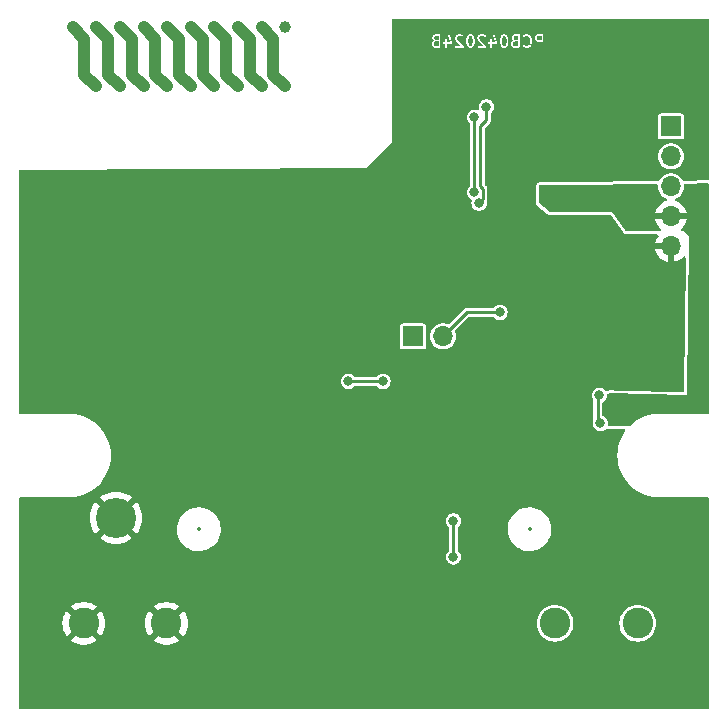
<source format=gbl>
%TF.GenerationSoftware,KiCad,Pcbnew,7.0.10*%
%TF.CreationDate,2025-01-21T12:55:57-05:00*%
%TF.ProjectId,PostAlertMailBoxV6,506f7374-416c-4657-9274-4d61696c426f,V4.0*%
%TF.SameCoordinates,Original*%
%TF.FileFunction,Copper,L2,Bot*%
%TF.FilePolarity,Positive*%
%FSLAX46Y46*%
G04 Gerber Fmt 4.6, Leading zero omitted, Abs format (unit mm)*
G04 Created by KiCad (PCBNEW 7.0.10) date 2025-01-21 12:55:57*
%MOMM*%
%LPD*%
G01*
G04 APERTURE LIST*
%ADD10C,0.150000*%
%TA.AperFunction,EtchedComponent*%
%ADD11C,1.000000*%
%TD*%
%TA.AperFunction,ComponentPad*%
%ADD12R,1.700000X1.700000*%
%TD*%
%TA.AperFunction,ComponentPad*%
%ADD13O,1.700000X1.700000*%
%TD*%
%TA.AperFunction,ComponentPad*%
%ADD14C,2.600000*%
%TD*%
%TA.AperFunction,ComponentPad*%
%ADD15C,1.000000*%
%TD*%
%TA.AperFunction,ComponentPad*%
%ADD16C,3.400000*%
%TD*%
%TA.AperFunction,ViaPad*%
%ADD17C,0.800000*%
%TD*%
%TA.AperFunction,Conductor*%
%ADD18C,0.250000*%
%TD*%
%ADD19C,0.350000*%
G04 APERTURE END LIST*
D10*
G36*
X155846934Y-67612819D02*
G01*
X155558687Y-67612819D01*
X155490171Y-67578561D01*
X155459764Y-67548153D01*
X155425506Y-67479637D01*
X155425506Y-67372190D01*
X155459764Y-67303674D01*
X155486258Y-67277180D01*
X155600771Y-67239009D01*
X155846934Y-67239009D01*
X155846934Y-67612819D01*
G37*
G36*
X155846934Y-67089009D02*
G01*
X155606306Y-67089009D01*
X155537790Y-67054751D01*
X155507383Y-67024344D01*
X155473125Y-66955828D01*
X155473125Y-66896000D01*
X155507383Y-66827484D01*
X155537790Y-66797077D01*
X155606306Y-66762819D01*
X155846934Y-66762819D01*
X155846934Y-67089009D01*
G37*
G36*
X158639412Y-66797077D02*
G01*
X158669819Y-66827484D01*
X158708312Y-66904471D01*
X158751696Y-67078005D01*
X158751696Y-67297632D01*
X158708312Y-67471166D01*
X158669818Y-67548153D01*
X158639411Y-67578561D01*
X158570896Y-67612819D01*
X158511068Y-67612819D01*
X158442552Y-67578561D01*
X158412145Y-67548153D01*
X158373651Y-67471166D01*
X158330268Y-67297632D01*
X158330268Y-67078005D01*
X158373651Y-66904471D01*
X158412145Y-66827484D01*
X158442552Y-66797077D01*
X158511068Y-66762819D01*
X158570896Y-66762819D01*
X158639412Y-66797077D01*
G37*
G36*
X161496555Y-66797077D02*
G01*
X161526962Y-66827484D01*
X161565455Y-66904471D01*
X161608839Y-67078005D01*
X161608839Y-67297632D01*
X161565455Y-67471166D01*
X161526961Y-67548153D01*
X161496554Y-67578561D01*
X161428039Y-67612819D01*
X161368211Y-67612819D01*
X161299695Y-67578561D01*
X161269288Y-67548153D01*
X161230794Y-67471166D01*
X161187411Y-67297632D01*
X161187411Y-67078005D01*
X161230794Y-66904471D01*
X161269288Y-66827484D01*
X161299695Y-66797077D01*
X161368211Y-66762819D01*
X161428039Y-66762819D01*
X161496555Y-66797077D01*
G37*
G36*
X162561220Y-67612819D02*
G01*
X162272973Y-67612819D01*
X162204457Y-67578561D01*
X162174050Y-67548153D01*
X162139792Y-67479637D01*
X162139792Y-67372190D01*
X162174050Y-67303674D01*
X162200544Y-67277180D01*
X162315057Y-67239009D01*
X162561220Y-67239009D01*
X162561220Y-67612819D01*
G37*
G36*
X162561220Y-67089009D02*
G01*
X162320592Y-67089009D01*
X162252076Y-67054751D01*
X162221669Y-67024344D01*
X162187411Y-66955828D01*
X162187411Y-66896000D01*
X162221669Y-66827484D01*
X162252076Y-66797077D01*
X162320592Y-66762819D01*
X162561220Y-66762819D01*
X162561220Y-67089009D01*
G37*
G36*
X164561220Y-67136628D02*
G01*
X164272973Y-67136628D01*
X164204457Y-67102370D01*
X164174050Y-67071963D01*
X164139792Y-67003447D01*
X164139792Y-66896000D01*
X164174050Y-66827484D01*
X164204457Y-66797077D01*
X164272973Y-66762819D01*
X164561220Y-66762819D01*
X164561220Y-67136628D01*
G37*
G36*
X164854077Y-67905676D02*
G01*
X155132649Y-67905676D01*
X155132649Y-67497342D01*
X155275506Y-67497342D01*
X155277039Y-67501555D01*
X155275998Y-67505916D01*
X155283424Y-67530883D01*
X155331043Y-67626121D01*
X155332231Y-67627246D01*
X155345091Y-67645612D01*
X155392710Y-67693232D01*
X155394191Y-67693922D01*
X155412203Y-67707282D01*
X155507441Y-67754901D01*
X155511894Y-67755413D01*
X155515330Y-67758296D01*
X155540982Y-67762819D01*
X155921934Y-67762819D01*
X155940242Y-67756155D01*
X155959434Y-67752771D01*
X155963784Y-67747586D01*
X155970143Y-67745272D01*
X155979885Y-67728398D01*
X155992411Y-67713471D01*
X155994128Y-67703728D01*
X155995795Y-67700843D01*
X155995216Y-67697560D01*
X155996934Y-67687819D01*
X155996934Y-67341461D01*
X156229026Y-67341461D01*
X156237935Y-67391985D01*
X156277235Y-67424962D01*
X156302887Y-67429485D01*
X156370744Y-67429485D01*
X156370744Y-67687819D01*
X156388291Y-67736028D01*
X156432720Y-67761680D01*
X156483244Y-67752771D01*
X156516221Y-67713471D01*
X156520744Y-67687819D01*
X156520744Y-67429485D01*
X156921934Y-67429485D01*
X156927319Y-67427524D01*
X156932935Y-67428674D01*
X156950922Y-67418933D01*
X156970143Y-67411938D01*
X156973008Y-67406974D01*
X156978049Y-67404245D01*
X156985565Y-67385225D01*
X156995795Y-67367509D01*
X156994799Y-67361863D01*
X156996906Y-67356533D01*
X156993085Y-67330767D01*
X156874007Y-66973533D01*
X157227887Y-66973533D01*
X157228447Y-66975071D01*
X157231736Y-66997250D01*
X157279355Y-67140107D01*
X157282142Y-67143619D01*
X157282533Y-67148086D01*
X157297473Y-67169423D01*
X157740868Y-67612819D01*
X157302887Y-67612819D01*
X157254678Y-67630366D01*
X157229026Y-67674795D01*
X157237935Y-67725319D01*
X157277235Y-67758296D01*
X157302887Y-67762819D01*
X157921934Y-67762819D01*
X157943145Y-67755098D01*
X157964952Y-67749256D01*
X157966920Y-67746444D01*
X157970143Y-67745272D01*
X157981428Y-67725726D01*
X157994379Y-67707231D01*
X157994080Y-67703813D01*
X157995795Y-67700843D01*
X157991875Y-67678616D01*
X157989908Y-67656123D01*
X157987236Y-67652308D01*
X157986886Y-67650319D01*
X157984359Y-67648198D01*
X157974967Y-67634786D01*
X157647048Y-67306866D01*
X158180268Y-67306866D01*
X158181453Y-67310123D01*
X158182507Y-67325056D01*
X158230126Y-67515532D01*
X158232114Y-67518476D01*
X158235805Y-67530883D01*
X158283424Y-67626121D01*
X158284612Y-67627246D01*
X158297472Y-67645612D01*
X158345091Y-67693232D01*
X158346572Y-67693922D01*
X158364584Y-67707282D01*
X158459822Y-67754901D01*
X158464275Y-67755413D01*
X158467711Y-67758296D01*
X158493363Y-67762819D01*
X158588601Y-67762819D01*
X158592814Y-67761285D01*
X158597175Y-67762327D01*
X158622142Y-67754901D01*
X158717380Y-67707282D01*
X158718504Y-67706094D01*
X158736873Y-67693232D01*
X158784491Y-67645613D01*
X158785181Y-67644131D01*
X158798540Y-67626121D01*
X158846159Y-67530883D01*
X158846565Y-67527354D01*
X158851838Y-67515532D01*
X158899457Y-67325056D01*
X158899096Y-67321607D01*
X158901696Y-67306866D01*
X158901696Y-67068771D01*
X158900510Y-67065513D01*
X158899457Y-67050581D01*
X158880195Y-66973533D01*
X159132649Y-66973533D01*
X159133209Y-66975071D01*
X159136498Y-66997250D01*
X159184117Y-67140107D01*
X159186904Y-67143619D01*
X159187295Y-67148086D01*
X159202235Y-67169423D01*
X159645630Y-67612819D01*
X159207649Y-67612819D01*
X159159440Y-67630366D01*
X159133788Y-67674795D01*
X159142697Y-67725319D01*
X159181997Y-67758296D01*
X159207649Y-67762819D01*
X159826696Y-67762819D01*
X159847907Y-67755098D01*
X159869714Y-67749256D01*
X159871682Y-67746444D01*
X159874905Y-67745272D01*
X159886190Y-67725726D01*
X159899141Y-67707231D01*
X159898842Y-67703813D01*
X159900557Y-67700843D01*
X159896637Y-67678616D01*
X159894670Y-67656123D01*
X159891998Y-67652308D01*
X159891648Y-67650319D01*
X159889121Y-67648198D01*
X159879729Y-67634786D01*
X159586405Y-67341461D01*
X160038550Y-67341461D01*
X160047459Y-67391985D01*
X160086759Y-67424962D01*
X160112411Y-67429485D01*
X160180268Y-67429485D01*
X160180268Y-67687819D01*
X160197815Y-67736028D01*
X160242244Y-67761680D01*
X160292768Y-67752771D01*
X160325745Y-67713471D01*
X160330268Y-67687819D01*
X160330268Y-67429485D01*
X160731458Y-67429485D01*
X160736843Y-67427524D01*
X160742459Y-67428674D01*
X160760446Y-67418933D01*
X160779667Y-67411938D01*
X160782532Y-67406974D01*
X160787573Y-67404245D01*
X160795089Y-67385225D01*
X160805319Y-67367509D01*
X160804323Y-67361863D01*
X160806430Y-67356533D01*
X160802609Y-67330767D01*
X160794642Y-67306866D01*
X161037411Y-67306866D01*
X161038596Y-67310123D01*
X161039650Y-67325056D01*
X161087269Y-67515532D01*
X161089257Y-67518476D01*
X161092948Y-67530883D01*
X161140567Y-67626121D01*
X161141755Y-67627246D01*
X161154615Y-67645612D01*
X161202234Y-67693232D01*
X161203715Y-67693922D01*
X161221727Y-67707282D01*
X161316965Y-67754901D01*
X161321418Y-67755413D01*
X161324854Y-67758296D01*
X161350506Y-67762819D01*
X161445744Y-67762819D01*
X161449957Y-67761285D01*
X161454318Y-67762327D01*
X161479285Y-67754901D01*
X161574523Y-67707282D01*
X161575647Y-67706094D01*
X161594016Y-67693232D01*
X161641634Y-67645613D01*
X161642324Y-67644131D01*
X161655683Y-67626121D01*
X161703302Y-67530883D01*
X161703708Y-67527354D01*
X161708981Y-67515532D01*
X161713529Y-67497342D01*
X161989792Y-67497342D01*
X161991325Y-67501555D01*
X161990284Y-67505916D01*
X161997710Y-67530883D01*
X162045329Y-67626121D01*
X162046517Y-67627246D01*
X162059377Y-67645612D01*
X162106996Y-67693232D01*
X162108477Y-67693922D01*
X162126489Y-67707282D01*
X162221727Y-67754901D01*
X162226180Y-67755413D01*
X162229616Y-67758296D01*
X162255268Y-67762819D01*
X162636220Y-67762819D01*
X162654528Y-67756155D01*
X162673720Y-67752771D01*
X162678070Y-67747586D01*
X162684429Y-67745272D01*
X162694171Y-67728398D01*
X162706697Y-67713471D01*
X162708414Y-67703728D01*
X162710081Y-67700843D01*
X162709502Y-67697560D01*
X162711220Y-67687819D01*
X162711220Y-66776521D01*
X162990078Y-66776521D01*
X163003355Y-66826075D01*
X163045381Y-66855502D01*
X163096488Y-66851030D01*
X163117825Y-66836090D01*
X163152925Y-66800990D01*
X163267438Y-66762819D01*
X163338336Y-66762819D01*
X163452849Y-66800990D01*
X163526962Y-66875103D01*
X163565455Y-66952090D01*
X163608839Y-67125624D01*
X163608839Y-67250013D01*
X163565455Y-67423547D01*
X163526961Y-67500534D01*
X163452849Y-67574647D01*
X163338336Y-67612819D01*
X163267438Y-67612819D01*
X163152925Y-67574648D01*
X163117826Y-67539548D01*
X163071329Y-67517866D01*
X163021774Y-67531143D01*
X162992348Y-67573168D01*
X162996818Y-67624275D01*
X163011758Y-67645612D01*
X163059377Y-67693232D01*
X163063441Y-67695127D01*
X163065789Y-67698948D01*
X163088694Y-67711351D01*
X163231550Y-67758970D01*
X163233185Y-67758925D01*
X163255268Y-67762819D01*
X163350506Y-67762819D01*
X163352044Y-67762258D01*
X163374223Y-67758970D01*
X163517080Y-67711351D01*
X163520592Y-67708563D01*
X163525059Y-67708173D01*
X163546396Y-67693233D01*
X163641635Y-67597993D01*
X163642326Y-67596510D01*
X163655683Y-67578502D01*
X163703302Y-67483264D01*
X163703708Y-67479735D01*
X163708981Y-67467913D01*
X163756600Y-67277437D01*
X163756239Y-67273988D01*
X163758839Y-67259247D01*
X163758839Y-67116390D01*
X163757653Y-67113132D01*
X163756600Y-67098200D01*
X163737338Y-67021152D01*
X163989792Y-67021152D01*
X163991325Y-67025365D01*
X163990284Y-67029726D01*
X163997710Y-67054693D01*
X164045329Y-67149931D01*
X164046518Y-67151056D01*
X164059378Y-67169423D01*
X164106997Y-67217042D01*
X164108478Y-67217733D01*
X164126489Y-67231091D01*
X164221727Y-67278710D01*
X164226180Y-67279222D01*
X164229616Y-67282105D01*
X164255268Y-67286628D01*
X164561220Y-67286628D01*
X164561220Y-67687819D01*
X164578767Y-67736028D01*
X164623196Y-67761680D01*
X164673720Y-67752771D01*
X164706697Y-67713471D01*
X164711220Y-67687819D01*
X164711220Y-66687819D01*
X164704556Y-66669510D01*
X164701172Y-66650319D01*
X164695987Y-66645968D01*
X164693673Y-66639610D01*
X164676799Y-66629867D01*
X164661872Y-66617342D01*
X164652129Y-66615624D01*
X164649244Y-66613958D01*
X164645961Y-66614536D01*
X164636220Y-66612819D01*
X164255268Y-66612819D01*
X164251054Y-66614352D01*
X164246693Y-66613311D01*
X164221727Y-66620737D01*
X164126489Y-66668356D01*
X164125363Y-66669545D01*
X164106997Y-66682405D01*
X164059378Y-66730024D01*
X164058687Y-66731505D01*
X164045329Y-66749516D01*
X163997710Y-66844754D01*
X163997197Y-66849207D01*
X163994315Y-66852643D01*
X163989792Y-66878295D01*
X163989792Y-67021152D01*
X163737338Y-67021152D01*
X163708981Y-66907724D01*
X163706992Y-66904779D01*
X163703302Y-66892373D01*
X163655683Y-66797135D01*
X163654496Y-66796011D01*
X163641634Y-66777643D01*
X163546396Y-66682405D01*
X163542332Y-66680510D01*
X163539985Y-66676689D01*
X163517080Y-66664287D01*
X163374223Y-66616668D01*
X163372588Y-66616712D01*
X163350506Y-66612819D01*
X163255268Y-66612819D01*
X163253730Y-66613378D01*
X163231550Y-66616668D01*
X163088694Y-66664287D01*
X163085181Y-66667074D01*
X163080715Y-66667465D01*
X163059378Y-66682405D01*
X163011759Y-66730024D01*
X162990078Y-66776521D01*
X162711220Y-66776521D01*
X162711220Y-66687819D01*
X162704556Y-66669510D01*
X162701172Y-66650319D01*
X162695987Y-66645968D01*
X162693673Y-66639610D01*
X162676799Y-66629867D01*
X162661872Y-66617342D01*
X162652129Y-66615624D01*
X162649244Y-66613958D01*
X162645961Y-66614536D01*
X162636220Y-66612819D01*
X162302887Y-66612819D01*
X162298673Y-66614352D01*
X162294312Y-66613311D01*
X162269346Y-66620737D01*
X162174108Y-66668356D01*
X162172982Y-66669545D01*
X162154616Y-66682405D01*
X162106997Y-66730024D01*
X162106306Y-66731505D01*
X162092948Y-66749516D01*
X162045329Y-66844754D01*
X162044816Y-66849207D01*
X162041934Y-66852643D01*
X162037411Y-66878295D01*
X162037411Y-66973533D01*
X162038944Y-66977746D01*
X162037903Y-66982107D01*
X162045329Y-67007074D01*
X162092948Y-67102312D01*
X162094137Y-67103437D01*
X162106997Y-67121804D01*
X162128806Y-67143613D01*
X162128334Y-67143655D01*
X162106997Y-67158595D01*
X162059378Y-67206214D01*
X162058687Y-67207695D01*
X162045329Y-67225706D01*
X161997710Y-67320944D01*
X161997197Y-67325397D01*
X161994315Y-67328833D01*
X161989792Y-67354485D01*
X161989792Y-67497342D01*
X161713529Y-67497342D01*
X161756600Y-67325056D01*
X161756239Y-67321607D01*
X161758839Y-67306866D01*
X161758839Y-67068771D01*
X161757653Y-67065513D01*
X161756600Y-67050581D01*
X161708981Y-66860105D01*
X161706992Y-66857160D01*
X161703302Y-66844754D01*
X161655683Y-66749516D01*
X161654493Y-66748390D01*
X161641634Y-66730024D01*
X161594015Y-66682405D01*
X161592533Y-66681714D01*
X161574523Y-66668356D01*
X161479285Y-66620737D01*
X161474831Y-66620224D01*
X161471396Y-66617342D01*
X161445744Y-66612819D01*
X161350506Y-66612819D01*
X161346292Y-66614352D01*
X161341931Y-66613311D01*
X161316965Y-66620737D01*
X161221727Y-66668356D01*
X161220601Y-66669545D01*
X161202235Y-66682405D01*
X161154616Y-66730024D01*
X161153925Y-66731505D01*
X161140567Y-66749516D01*
X161092948Y-66844754D01*
X161092541Y-66848282D01*
X161087269Y-66860105D01*
X161039650Y-67050581D01*
X161040010Y-67054029D01*
X161037411Y-67068771D01*
X161037411Y-67306866D01*
X160794642Y-67306866D01*
X160564514Y-66616483D01*
X160532623Y-66576297D01*
X160482362Y-66566011D01*
X160437248Y-66590440D01*
X160418391Y-66638151D01*
X160422212Y-66663917D01*
X160627401Y-67279485D01*
X160330268Y-67279485D01*
X160330268Y-67021152D01*
X160312721Y-66972943D01*
X160268292Y-66947291D01*
X160217768Y-66956200D01*
X160184791Y-66995500D01*
X160180268Y-67021152D01*
X160180268Y-67279485D01*
X160112411Y-67279485D01*
X160064202Y-67297032D01*
X160038550Y-67341461D01*
X159586405Y-67341461D01*
X159320820Y-67075876D01*
X159282649Y-66961362D01*
X159282649Y-66896000D01*
X159316907Y-66827484D01*
X159347314Y-66797077D01*
X159415830Y-66762819D01*
X159618515Y-66762819D01*
X159687031Y-66797077D01*
X159726044Y-66836090D01*
X159772540Y-66857771D01*
X159822095Y-66844494D01*
X159851521Y-66802468D01*
X159847050Y-66751361D01*
X159832110Y-66730024D01*
X159784491Y-66682405D01*
X159783009Y-66681714D01*
X159764999Y-66668356D01*
X159669761Y-66620737D01*
X159665307Y-66620224D01*
X159661872Y-66617342D01*
X159636220Y-66612819D01*
X159398125Y-66612819D01*
X159393911Y-66614352D01*
X159389550Y-66613311D01*
X159364584Y-66620737D01*
X159269346Y-66668356D01*
X159268220Y-66669545D01*
X159249854Y-66682405D01*
X159202235Y-66730024D01*
X159201544Y-66731505D01*
X159188186Y-66749516D01*
X159140567Y-66844754D01*
X159140054Y-66849207D01*
X159137172Y-66852643D01*
X159132649Y-66878295D01*
X159132649Y-66973533D01*
X158880195Y-66973533D01*
X158851838Y-66860105D01*
X158849849Y-66857160D01*
X158846159Y-66844754D01*
X158798540Y-66749516D01*
X158797350Y-66748390D01*
X158784491Y-66730024D01*
X158736872Y-66682405D01*
X158735390Y-66681714D01*
X158717380Y-66668356D01*
X158622142Y-66620737D01*
X158617688Y-66620224D01*
X158614253Y-66617342D01*
X158588601Y-66612819D01*
X158493363Y-66612819D01*
X158489149Y-66614352D01*
X158484788Y-66613311D01*
X158459822Y-66620737D01*
X158364584Y-66668356D01*
X158363458Y-66669545D01*
X158345092Y-66682405D01*
X158297473Y-66730024D01*
X158296782Y-66731505D01*
X158283424Y-66749516D01*
X158235805Y-66844754D01*
X158235398Y-66848282D01*
X158230126Y-66860105D01*
X158182507Y-67050581D01*
X158182867Y-67054029D01*
X158180268Y-67068771D01*
X158180268Y-67306866D01*
X157647048Y-67306866D01*
X157416058Y-67075876D01*
X157377887Y-66961362D01*
X157377887Y-66896000D01*
X157412145Y-66827484D01*
X157442552Y-66797077D01*
X157511068Y-66762819D01*
X157713753Y-66762819D01*
X157782269Y-66797077D01*
X157821282Y-66836090D01*
X157867778Y-66857771D01*
X157917333Y-66844494D01*
X157946759Y-66802468D01*
X157942288Y-66751361D01*
X157927348Y-66730024D01*
X157879729Y-66682405D01*
X157878247Y-66681714D01*
X157860237Y-66668356D01*
X157764999Y-66620737D01*
X157760545Y-66620224D01*
X157757110Y-66617342D01*
X157731458Y-66612819D01*
X157493363Y-66612819D01*
X157489149Y-66614352D01*
X157484788Y-66613311D01*
X157459822Y-66620737D01*
X157364584Y-66668356D01*
X157363458Y-66669545D01*
X157345092Y-66682405D01*
X157297473Y-66730024D01*
X157296782Y-66731505D01*
X157283424Y-66749516D01*
X157235805Y-66844754D01*
X157235292Y-66849207D01*
X157232410Y-66852643D01*
X157227887Y-66878295D01*
X157227887Y-66973533D01*
X156874007Y-66973533D01*
X156754990Y-66616483D01*
X156723099Y-66576297D01*
X156672838Y-66566011D01*
X156627724Y-66590440D01*
X156608867Y-66638151D01*
X156612688Y-66663917D01*
X156817877Y-67279485D01*
X156520744Y-67279485D01*
X156520744Y-67021152D01*
X156503197Y-66972943D01*
X156458768Y-66947291D01*
X156408244Y-66956200D01*
X156375267Y-66995500D01*
X156370744Y-67021152D01*
X156370744Y-67279485D01*
X156302887Y-67279485D01*
X156254678Y-67297032D01*
X156229026Y-67341461D01*
X155996934Y-67341461D01*
X155996934Y-66687819D01*
X155990270Y-66669510D01*
X155986886Y-66650319D01*
X155981701Y-66645968D01*
X155979387Y-66639610D01*
X155962513Y-66629867D01*
X155947586Y-66617342D01*
X155937843Y-66615624D01*
X155934958Y-66613958D01*
X155931675Y-66614536D01*
X155921934Y-66612819D01*
X155588601Y-66612819D01*
X155584387Y-66614352D01*
X155580026Y-66613311D01*
X155555060Y-66620737D01*
X155459822Y-66668356D01*
X155458696Y-66669545D01*
X155440330Y-66682405D01*
X155392711Y-66730024D01*
X155392020Y-66731505D01*
X155378662Y-66749516D01*
X155331043Y-66844754D01*
X155330530Y-66849207D01*
X155327648Y-66852643D01*
X155323125Y-66878295D01*
X155323125Y-66973533D01*
X155324658Y-66977746D01*
X155323617Y-66982107D01*
X155331043Y-67007074D01*
X155378662Y-67102312D01*
X155379851Y-67103437D01*
X155392711Y-67121804D01*
X155414520Y-67143613D01*
X155414048Y-67143655D01*
X155392711Y-67158595D01*
X155345092Y-67206214D01*
X155344401Y-67207695D01*
X155331043Y-67225706D01*
X155283424Y-67320944D01*
X155282911Y-67325397D01*
X155280029Y-67328833D01*
X155275506Y-67354485D01*
X155275506Y-67497342D01*
X155132649Y-67497342D01*
X155132649Y-66423154D01*
X164854077Y-66423154D01*
X164854077Y-67905676D01*
G37*
D11*
%TO.C,AE1*%
X124858000Y-66040500D02*
X125858000Y-67040500D01*
X125858000Y-67040500D02*
X125858000Y-70040500D01*
X125858000Y-70040500D02*
X126858000Y-71040500D01*
X126858000Y-66040500D02*
X127858000Y-67040500D01*
X127858000Y-67040500D02*
X127858000Y-70040500D01*
X127858000Y-70040500D02*
X128858000Y-71040500D01*
X128858000Y-66040500D02*
X129858000Y-67040500D01*
X129858000Y-67040500D02*
X129858000Y-70040500D01*
X129858000Y-70040500D02*
X130858000Y-71040500D01*
X130858000Y-66040500D02*
X131858000Y-67040500D01*
X131858000Y-67040500D02*
X131858000Y-70040500D01*
X131858000Y-70040500D02*
X132858000Y-71040500D01*
X132858000Y-66040500D02*
X133858000Y-67040500D01*
X133858000Y-67040500D02*
X133858000Y-70040500D01*
X133858000Y-70040500D02*
X134858000Y-71040500D01*
X134858000Y-66040500D02*
X135858000Y-67040500D01*
X135858000Y-67040500D02*
X135858000Y-70040500D01*
X135858000Y-70040500D02*
X136858000Y-71040500D01*
X136858000Y-66040500D02*
X137858000Y-67040500D01*
X137858000Y-67040500D02*
X137858000Y-70040500D01*
X137858000Y-70040500D02*
X138858000Y-71040500D01*
X138858000Y-66040500D02*
X139858000Y-67040500D01*
X139858000Y-67040500D02*
X139858000Y-70040500D01*
X139858000Y-70040500D02*
X140858000Y-71040500D01*
X140858000Y-66040500D02*
X141858000Y-67040500D01*
X141858000Y-67040500D02*
X141858000Y-70040500D01*
X141858000Y-70040500D02*
X142858000Y-71040500D01*
%TD*%
D12*
%TO.P,J1,1,Pin_1*%
%TO.N,/SWCLK*%
X175514000Y-74422000D03*
D13*
%TO.P,J1,2,Pin_2*%
%TO.N,/SWDIO*%
X175514000Y-76962000D03*
%TO.P,J1,3,Pin_3*%
%TO.N,/NRST*%
X175514000Y-79502000D03*
%TO.P,J1,4,Pin_4*%
%TO.N,+3.3V*%
X175514000Y-82042000D03*
%TO.P,J1,5,Pin_5*%
%TO.N,GND*%
X175514000Y-84582000D03*
%TD*%
D14*
%TO.P,J2,1,Pin_1*%
%TO.N,/B+*%
X172700000Y-116500000D03*
X165700000Y-116500000D03*
%TD*%
D12*
%TO.P,SW1,1,1*%
%TO.N,Net-(D1-K)*%
X153665000Y-92202000D03*
D13*
%TO.P,SW1,2,2*%
%TO.N,/Tilt*%
X156205000Y-92202000D03*
%TD*%
D15*
%TO.P,AE1,*%
%TO.N,*%
X124858000Y-66040500D03*
X126858000Y-66040500D03*
X126858000Y-71040500D03*
X128858000Y-66040500D03*
X128858000Y-71040500D03*
X130858000Y-66040500D03*
X130858000Y-71040500D03*
X132858000Y-66040500D03*
X132858000Y-71040500D03*
X134858000Y-66040500D03*
X134858000Y-71040500D03*
X136858000Y-66040500D03*
X136858000Y-71040500D03*
X138858000Y-66040500D03*
X138858000Y-71040500D03*
X140858000Y-66040500D03*
X140858000Y-71040500D03*
X142858000Y-66040500D03*
X142858000Y-71040500D03*
%TD*%
D14*
%TO.P,J3,1,Pin_1*%
%TO.N,GND*%
X125800000Y-116500000D03*
X132800000Y-116500000D03*
%TD*%
D16*
%TO.P,TP1,1,1*%
%TO.N,GND*%
X128524000Y-107569000D03*
%TD*%
D17*
%TO.N,GND*%
X168808880Y-90283765D03*
X123317000Y-81788000D03*
X126365000Y-81788000D03*
X128143000Y-79248000D03*
X133477000Y-79121000D03*
X127889000Y-84074000D03*
X133604000Y-88138000D03*
X166624000Y-78740000D03*
X123317000Y-79248000D03*
X149987000Y-110871000D03*
X165608000Y-102743000D03*
X143764000Y-79121000D03*
X148463000Y-86106000D03*
X123063000Y-86106000D03*
X128143000Y-88011000D03*
X139192000Y-79121000D03*
X143383000Y-86106000D03*
X148590000Y-100071347D03*
X147447000Y-78994000D03*
X145923000Y-84328000D03*
X127508000Y-90932000D03*
X125476000Y-90932000D03*
X168148000Y-95631000D03*
X143129000Y-100076000D03*
X156464000Y-101854000D03*
X155448000Y-107315000D03*
%TO.N,+3.3V*%
X168897000Y-80277000D03*
X170815000Y-98298000D03*
%TO.N,/Tilt*%
X161036000Y-90170000D03*
%TO.N,/PWR_EN*%
X157099000Y-107823000D03*
X157099000Y-110871000D03*
%TO.N,/MOSI*%
X151130000Y-96012000D03*
X148209000Y-96012000D03*
%TO.N,/SWDIO*%
X158877000Y-73660000D03*
X158877000Y-80010000D03*
%TO.N,/SWCLK*%
X159893000Y-72771000D03*
X159270920Y-80929147D03*
%TO.N,Net-(D1-K)*%
X169455000Y-97192000D03*
X169545000Y-99568000D03*
%TD*%
D18*
%TO.N,/Tilt*%
X161036000Y-90170000D02*
X158237000Y-90170000D01*
X158237000Y-90170000D02*
X156205000Y-92202000D01*
%TO.N,/B+*%
X172720000Y-116480000D02*
X172700000Y-116500000D01*
%TO.N,/PWR_EN*%
X157099000Y-110871000D02*
X157099000Y-107823000D01*
%TO.N,/MOSI*%
X151130000Y-96012000D02*
X148209000Y-96012000D01*
%TO.N,/SWDIO*%
X158877000Y-73660000D02*
X158877000Y-80010000D01*
%TO.N,/SWCLK*%
X159602000Y-80598067D02*
X159270920Y-80929147D01*
X159602000Y-79709695D02*
X159602000Y-80598067D01*
X159385000Y-74422000D02*
X159385000Y-79492695D01*
X159893000Y-72771000D02*
X159893000Y-73914000D01*
X159385000Y-79492695D02*
X159602000Y-79709695D01*
X159893000Y-73914000D02*
X159385000Y-74422000D01*
%TO.N,Net-(D1-K)*%
X169545000Y-99568000D02*
X169328000Y-99351000D01*
X169328000Y-99351000D02*
X169328000Y-97319000D01*
X169328000Y-97319000D02*
X169455000Y-97192000D01*
%TD*%
%TA.AperFunction,Conductor*%
%TO.N,+3.3V*%
G36*
X178711638Y-79270774D02*
G01*
X178757846Y-79323181D01*
X178769500Y-79375663D01*
X178769500Y-98615500D01*
X178749815Y-98682539D01*
X178697011Y-98728294D01*
X178645500Y-98739500D01*
X174359938Y-98739500D01*
X174001669Y-98775932D01*
X173648909Y-98848426D01*
X173648903Y-98848427D01*
X173305316Y-98956228D01*
X172974375Y-99098245D01*
X172659498Y-99273017D01*
X172363922Y-99478743D01*
X172090679Y-99713316D01*
X172090669Y-99713325D01*
X172053476Y-99752452D01*
X171993021Y-99787479D01*
X171965279Y-99791008D01*
X170312129Y-99813348D01*
X170244829Y-99794571D01*
X170198365Y-99742390D01*
X170187357Y-99674412D01*
X170200278Y-99567999D01*
X170181237Y-99411181D01*
X170154431Y-99340500D01*
X170125220Y-99263477D01*
X170035483Y-99133470D01*
X169917240Y-99028717D01*
X169917238Y-99028716D01*
X169917237Y-99028715D01*
X169770724Y-98951818D01*
X169772172Y-98949058D01*
X169727778Y-98915398D01*
X169703764Y-98849785D01*
X169703500Y-98841699D01*
X169703500Y-97871187D01*
X169723185Y-97804148D01*
X169769873Y-97761391D01*
X169827240Y-97731283D01*
X169945483Y-97626530D01*
X170035220Y-97496523D01*
X170091237Y-97348818D01*
X170110278Y-97192000D01*
X170108676Y-97178808D01*
X170120134Y-97109886D01*
X170167036Y-97058098D01*
X170233906Y-97039877D01*
X176911000Y-97155000D01*
X176911000Y-97154999D01*
X177038000Y-83693002D01*
X177037999Y-83693001D01*
X177038000Y-83693000D01*
X176657000Y-83312000D01*
X176447182Y-83312000D01*
X176380143Y-83292315D01*
X176334388Y-83239511D01*
X176324444Y-83170353D01*
X176353469Y-83106797D01*
X176376056Y-83086427D01*
X176385079Y-83080108D01*
X176552105Y-82913082D01*
X176687600Y-82719578D01*
X176787429Y-82505492D01*
X176787432Y-82505486D01*
X176844636Y-82292000D01*
X175947686Y-82292000D01*
X175973493Y-82251844D01*
X176014000Y-82113889D01*
X176014000Y-81970111D01*
X175973493Y-81832156D01*
X175947686Y-81792000D01*
X176844636Y-81792000D01*
X176844635Y-81791999D01*
X176787432Y-81578513D01*
X176787429Y-81578507D01*
X176687600Y-81364422D01*
X176687599Y-81364420D01*
X176552113Y-81170926D01*
X176552108Y-81170920D01*
X176385082Y-81003894D01*
X176191578Y-80868399D01*
X175977492Y-80768570D01*
X175977477Y-80768564D01*
X175938414Y-80758097D01*
X175878754Y-80721732D01*
X175848226Y-80658885D01*
X175856521Y-80589509D01*
X175901007Y-80535632D01*
X175925710Y-80522698D01*
X176006637Y-80491348D01*
X176180041Y-80383981D01*
X176330764Y-80246579D01*
X176453673Y-80083821D01*
X176544582Y-79901250D01*
X176600397Y-79705083D01*
X176619215Y-79502000D01*
X176610095Y-79403583D01*
X176623510Y-79335017D01*
X176671866Y-79284585D01*
X176732493Y-79268150D01*
X178644433Y-79251668D01*
X178711638Y-79270774D01*
G37*
%TD.AperFunction*%
%TA.AperFunction,Conductor*%
G36*
X174358621Y-79308299D02*
G01*
X174404829Y-79360706D01*
X174415954Y-79424629D01*
X174408785Y-79501998D01*
X174408785Y-79502000D01*
X174427602Y-79705082D01*
X174483417Y-79901247D01*
X174483422Y-79901260D01*
X174574327Y-80083821D01*
X174697237Y-80246581D01*
X174847958Y-80383980D01*
X174847960Y-80383982D01*
X174947141Y-80445392D01*
X175021363Y-80491348D01*
X175102283Y-80522696D01*
X175157685Y-80565269D01*
X175181276Y-80631035D01*
X175165565Y-80699116D01*
X175115542Y-80747895D01*
X175089586Y-80758097D01*
X175050519Y-80768565D01*
X175050507Y-80768570D01*
X174836422Y-80868399D01*
X174836420Y-80868400D01*
X174642926Y-81003886D01*
X174642920Y-81003891D01*
X174475891Y-81170920D01*
X174475886Y-81170926D01*
X174340400Y-81364420D01*
X174340399Y-81364422D01*
X174240570Y-81578507D01*
X174240567Y-81578513D01*
X174183364Y-81791999D01*
X174183364Y-81792000D01*
X175080314Y-81792000D01*
X175054507Y-81832156D01*
X175014000Y-81970111D01*
X175014000Y-82113889D01*
X175054507Y-82251844D01*
X175080314Y-82292000D01*
X174183364Y-82292000D01*
X174240567Y-82505486D01*
X174240570Y-82505492D01*
X174340399Y-82719578D01*
X174475894Y-82913082D01*
X174642920Y-83080108D01*
X174651944Y-83086427D01*
X174695567Y-83141004D01*
X174702759Y-83210503D01*
X174671235Y-83272857D01*
X174611005Y-83308270D01*
X174580818Y-83312000D01*
X171768970Y-83312000D01*
X171701931Y-83292315D01*
X171667018Y-83258582D01*
X171605936Y-83170353D01*
X170561000Y-81661000D01*
X165272871Y-81661000D01*
X165205832Y-81641315D01*
X165192173Y-81631148D01*
X164381302Y-80936116D01*
X164343212Y-80877542D01*
X164338000Y-80841968D01*
X164338000Y-79497935D01*
X164357685Y-79430896D01*
X164410489Y-79385141D01*
X164460929Y-79373940D01*
X166394077Y-79357275D01*
X166424803Y-79360871D01*
X166545015Y-79390500D01*
X166702983Y-79390500D01*
X166702985Y-79390500D01*
X166839791Y-79356780D01*
X166868370Y-79353186D01*
X174291419Y-79289194D01*
X174358621Y-79308299D01*
G37*
%TD.AperFunction*%
%TD*%
%TA.AperFunction,Conductor*%
%TO.N,GND*%
G36*
X178712539Y-65320185D02*
G01*
X178758294Y-65372989D01*
X178769500Y-65424500D01*
X178769500Y-78872143D01*
X178749815Y-78939182D01*
X178697011Y-78984937D01*
X178646569Y-78996138D01*
X176730293Y-79012658D01*
X176665647Y-79021549D01*
X176621480Y-79033522D01*
X176551625Y-79032062D01*
X176493649Y-78993068D01*
X176478041Y-78969118D01*
X176453673Y-78920179D01*
X176453672Y-78920178D01*
X176453672Y-78920177D01*
X176330762Y-78757418D01*
X176180041Y-78620019D01*
X176180039Y-78620017D01*
X176006642Y-78512655D01*
X176006635Y-78512651D01*
X175911546Y-78475814D01*
X175816456Y-78438976D01*
X175615976Y-78401500D01*
X175412024Y-78401500D01*
X175211544Y-78438976D01*
X175211541Y-78438976D01*
X175211541Y-78438977D01*
X175021364Y-78512651D01*
X175021357Y-78512655D01*
X174847960Y-78620017D01*
X174847958Y-78620019D01*
X174697237Y-78757418D01*
X174574328Y-78920176D01*
X174574326Y-78920180D01*
X174540032Y-78989051D01*
X174492528Y-79040287D01*
X174424865Y-79057708D01*
X174395125Y-79053052D01*
X174361293Y-79043434D01*
X174361279Y-79043431D01*
X174289224Y-79033703D01*
X174289202Y-79033702D01*
X166866195Y-79097694D01*
X166866178Y-79097694D01*
X166846507Y-79099011D01*
X166836490Y-79099683D01*
X166836489Y-79099683D01*
X166807910Y-79103277D01*
X166778640Y-79108706D01*
X166686581Y-79131397D01*
X166656906Y-79135000D01*
X166591095Y-79135000D01*
X166561421Y-79131397D01*
X166485948Y-79112795D01*
X166485934Y-79112792D01*
X166454521Y-79107105D01*
X166454500Y-79107102D01*
X166423792Y-79103508D01*
X166423780Y-79103507D01*
X166423777Y-79103507D01*
X166395940Y-79102003D01*
X166391857Y-79101783D01*
X164458727Y-79118448D01*
X164458725Y-79118449D01*
X164405535Y-79124516D01*
X164405529Y-79124517D01*
X164355118Y-79135712D01*
X164355100Y-79135717D01*
X164329802Y-79142716D01*
X164329801Y-79142716D01*
X164329799Y-79142717D01*
X164329796Y-79142718D01*
X164243181Y-79192040D01*
X164243173Y-79192046D01*
X164190371Y-79237798D01*
X164158743Y-79270575D01*
X164112534Y-79358912D01*
X164112533Y-79358912D01*
X164092851Y-79425944D01*
X164092848Y-79425956D01*
X164082500Y-79497933D01*
X164082500Y-80841968D01*
X164085199Y-80879004D01*
X164085200Y-80879015D01*
X164090405Y-80914545D01*
X164090411Y-80914580D01*
X164092019Y-80924259D01*
X164092019Y-80924261D01*
X164092020Y-80924262D01*
X164092021Y-80924268D01*
X164129013Y-81016820D01*
X164129020Y-81016833D01*
X164167109Y-81075405D01*
X164215019Y-81130100D01*
X164215023Y-81130104D01*
X164215025Y-81130106D01*
X165025896Y-81825138D01*
X165039616Y-81836103D01*
X165053275Y-81846270D01*
X165053276Y-81846270D01*
X165053277Y-81846271D01*
X165133846Y-81886465D01*
X165161713Y-81894647D01*
X165200886Y-81906150D01*
X165200890Y-81906150D01*
X165200892Y-81906151D01*
X165212523Y-81907823D01*
X165272871Y-81916500D01*
X170362160Y-81916500D01*
X170429199Y-81936185D01*
X170464111Y-81969917D01*
X171456948Y-83404015D01*
X171489484Y-83442326D01*
X171489487Y-83442329D01*
X171489495Y-83442338D01*
X171524375Y-83476038D01*
X171524397Y-83476059D01*
X171541611Y-83491257D01*
X171629946Y-83537465D01*
X171629947Y-83537466D01*
X171680075Y-83552184D01*
X171696985Y-83557150D01*
X171696989Y-83557150D01*
X171696991Y-83557151D01*
X171708622Y-83558823D01*
X171768970Y-83567500D01*
X171768971Y-83567500D01*
X174338113Y-83567500D01*
X174405152Y-83587185D01*
X174450907Y-83639989D01*
X174460851Y-83709147D01*
X174439688Y-83762623D01*
X174340400Y-83904420D01*
X174340399Y-83904422D01*
X174240570Y-84118507D01*
X174240567Y-84118513D01*
X174183364Y-84331999D01*
X174183364Y-84332000D01*
X175080314Y-84332000D01*
X175054507Y-84372156D01*
X175014000Y-84510111D01*
X175014000Y-84653889D01*
X175054507Y-84791844D01*
X175080314Y-84832000D01*
X174183364Y-84832000D01*
X174240567Y-85045486D01*
X174240570Y-85045492D01*
X174340399Y-85259578D01*
X174475894Y-85453082D01*
X174642917Y-85620105D01*
X174836421Y-85755600D01*
X175050507Y-85855429D01*
X175050516Y-85855433D01*
X175264000Y-85912634D01*
X175264000Y-85017501D01*
X175371685Y-85066680D01*
X175478237Y-85082000D01*
X175549763Y-85082000D01*
X175656315Y-85066680D01*
X175764000Y-85017501D01*
X175764000Y-85912633D01*
X175977483Y-85855433D01*
X175977492Y-85855429D01*
X176191578Y-85755600D01*
X176385082Y-85620105D01*
X176553382Y-85451805D01*
X176614705Y-85418320D01*
X176684396Y-85423304D01*
X176740330Y-85465175D01*
X176764747Y-85530640D01*
X176765057Y-85540656D01*
X176659118Y-96770130D01*
X176638802Y-96836981D01*
X176585569Y-96882235D01*
X176532986Y-96892942D01*
X171108110Y-96799411D01*
X170238311Y-96784415D01*
X170238310Y-96784415D01*
X170238305Y-96784415D01*
X170166734Y-96793365D01*
X170099856Y-96811588D01*
X170096946Y-96812664D01*
X170027239Y-96817436D01*
X169966019Y-96783764D01*
X169951918Y-96766792D01*
X169945484Y-96757472D01*
X169945483Y-96757470D01*
X169827240Y-96652717D01*
X169827238Y-96652716D01*
X169827237Y-96652715D01*
X169687365Y-96579303D01*
X169533986Y-96541500D01*
X169533985Y-96541500D01*
X169376015Y-96541500D01*
X169376014Y-96541500D01*
X169222634Y-96579303D01*
X169082762Y-96652715D01*
X168964516Y-96757471D01*
X168874781Y-96887475D01*
X168874780Y-96887476D01*
X168818762Y-97035181D01*
X168799722Y-97191999D01*
X168799722Y-97192000D01*
X168818762Y-97348818D01*
X168874779Y-97496521D01*
X168874780Y-97496523D01*
X168930551Y-97577321D01*
X168952433Y-97643673D01*
X168952500Y-97647759D01*
X168952500Y-99273132D01*
X168944442Y-99317103D01*
X168908763Y-99411181D01*
X168889722Y-99567999D01*
X168889722Y-99568000D01*
X168908762Y-99724818D01*
X168934464Y-99792587D01*
X168964780Y-99872523D01*
X169054517Y-100002530D01*
X169172760Y-100107283D01*
X169172762Y-100107284D01*
X169312634Y-100180696D01*
X169466014Y-100218500D01*
X169466015Y-100218500D01*
X169623985Y-100218500D01*
X169777365Y-100180696D01*
X169917240Y-100107283D01*
X169996174Y-100037353D01*
X170059403Y-100007634D01*
X170128667Y-100016817D01*
X170134346Y-100019511D01*
X170176166Y-100040672D01*
X170243466Y-100059449D01*
X170315581Y-100068825D01*
X170315581Y-100068824D01*
X170315582Y-100068825D01*
X170440844Y-100067132D01*
X171527642Y-100052445D01*
X171594942Y-100071222D01*
X171641406Y-100123403D01*
X171652283Y-100192421D01*
X171627378Y-100252331D01*
X171622131Y-100259110D01*
X171431647Y-100564712D01*
X171431642Y-100564721D01*
X171273049Y-100888035D01*
X171273043Y-100888048D01*
X171147977Y-101225736D01*
X171147977Y-101225737D01*
X171057708Y-101574375D01*
X171003176Y-101930340D01*
X170984937Y-102290000D01*
X171003176Y-102649659D01*
X171057708Y-103005624D01*
X171147977Y-103354262D01*
X171147977Y-103354263D01*
X171273043Y-103691951D01*
X171273049Y-103691964D01*
X171431642Y-104015278D01*
X171431647Y-104015287D01*
X171502515Y-104128983D01*
X171622134Y-104320894D01*
X171842567Y-104605670D01*
X172090679Y-104866684D01*
X172363922Y-105101256D01*
X172363925Y-105101258D01*
X172659500Y-105306984D01*
X172974371Y-105481752D01*
X172974375Y-105481754D01*
X172979206Y-105483827D01*
X173305308Y-105623768D01*
X173305311Y-105623769D01*
X173305316Y-105623771D01*
X173648903Y-105731572D01*
X173648906Y-105731572D01*
X173648914Y-105731575D01*
X174001665Y-105804067D01*
X174288284Y-105833213D01*
X174359938Y-105840500D01*
X174359939Y-105840500D01*
X174483827Y-105840500D01*
X178645500Y-105840500D01*
X178712539Y-105860185D01*
X178758294Y-105912989D01*
X178769500Y-105964500D01*
X178769500Y-123645500D01*
X178749815Y-123712539D01*
X178697011Y-123758294D01*
X178645500Y-123769500D01*
X120424500Y-123769500D01*
X120357461Y-123749815D01*
X120311706Y-123697011D01*
X120300500Y-123645500D01*
X120300500Y-116500004D01*
X123994953Y-116500004D01*
X124015113Y-116769026D01*
X124015113Y-116769028D01*
X124075142Y-117032033D01*
X124075148Y-117032052D01*
X124173709Y-117283181D01*
X124173708Y-117283181D01*
X124308602Y-117516822D01*
X124362294Y-117584151D01*
X124362295Y-117584151D01*
X124998047Y-116948398D01*
X125003222Y-116960020D01*
X125116277Y-117115627D01*
X125259214Y-117244328D01*
X125354316Y-117299235D01*
X124714848Y-117938702D01*
X124897483Y-118063220D01*
X124897485Y-118063221D01*
X125140539Y-118180269D01*
X125140537Y-118180269D01*
X125398337Y-118259790D01*
X125398343Y-118259792D01*
X125665101Y-118299999D01*
X125665110Y-118300000D01*
X125934890Y-118300000D01*
X125934898Y-118299999D01*
X126201656Y-118259792D01*
X126201662Y-118259790D01*
X126459461Y-118180269D01*
X126702521Y-118063218D01*
X126885150Y-117938702D01*
X126245682Y-117299235D01*
X126340786Y-117244328D01*
X126483723Y-117115627D01*
X126596778Y-116960020D01*
X126601951Y-116948399D01*
X127237703Y-117584151D01*
X127237704Y-117584150D01*
X127291393Y-117516828D01*
X127291400Y-117516817D01*
X127426290Y-117283181D01*
X127524851Y-117032052D01*
X127524857Y-117032033D01*
X127584886Y-116769028D01*
X127584886Y-116769026D01*
X127605047Y-116500004D01*
X130994953Y-116500004D01*
X131015113Y-116769026D01*
X131015113Y-116769028D01*
X131075142Y-117032033D01*
X131075148Y-117032052D01*
X131173709Y-117283181D01*
X131173708Y-117283181D01*
X131308602Y-117516822D01*
X131362294Y-117584151D01*
X131362295Y-117584151D01*
X131998047Y-116948398D01*
X132003222Y-116960020D01*
X132116277Y-117115627D01*
X132259214Y-117244328D01*
X132354316Y-117299235D01*
X131714848Y-117938702D01*
X131897483Y-118063220D01*
X131897485Y-118063221D01*
X132140539Y-118180269D01*
X132140537Y-118180269D01*
X132398337Y-118259790D01*
X132398343Y-118259792D01*
X132665101Y-118299999D01*
X132665110Y-118300000D01*
X132934890Y-118300000D01*
X132934898Y-118299999D01*
X133201656Y-118259792D01*
X133201662Y-118259790D01*
X133459461Y-118180269D01*
X133702521Y-118063218D01*
X133885150Y-117938702D01*
X133245682Y-117299235D01*
X133340786Y-117244328D01*
X133483723Y-117115627D01*
X133596778Y-116960020D01*
X133601951Y-116948399D01*
X134237703Y-117584151D01*
X134237704Y-117584150D01*
X134291393Y-117516828D01*
X134291400Y-117516817D01*
X134426290Y-117283181D01*
X134524851Y-117032052D01*
X134524857Y-117032033D01*
X134584886Y-116769028D01*
X134584886Y-116769026D01*
X134605047Y-116500004D01*
X134605047Y-116500000D01*
X164144706Y-116500000D01*
X164163853Y-116743297D01*
X164163853Y-116743300D01*
X164163854Y-116743302D01*
X164215884Y-116960020D01*
X164220830Y-116980619D01*
X164314222Y-117206089D01*
X164441737Y-117414173D01*
X164441738Y-117414176D01*
X164441741Y-117414179D01*
X164600241Y-117599759D01*
X164743897Y-117722453D01*
X164785823Y-117758261D01*
X164785826Y-117758262D01*
X164993910Y-117885777D01*
X165219381Y-117979169D01*
X165219378Y-117979169D01*
X165219384Y-117979170D01*
X165219388Y-117979172D01*
X165456698Y-118036146D01*
X165700000Y-118055294D01*
X165943302Y-118036146D01*
X166180612Y-117979172D01*
X166406089Y-117885777D01*
X166614179Y-117758259D01*
X166799759Y-117599759D01*
X166958259Y-117414179D01*
X167085777Y-117206089D01*
X167179172Y-116980612D01*
X167236146Y-116743302D01*
X167255294Y-116500000D01*
X171144706Y-116500000D01*
X171163853Y-116743297D01*
X171163853Y-116743300D01*
X171163854Y-116743302D01*
X171215884Y-116960020D01*
X171220830Y-116980619D01*
X171314222Y-117206089D01*
X171441737Y-117414173D01*
X171441738Y-117414176D01*
X171441741Y-117414179D01*
X171600241Y-117599759D01*
X171743897Y-117722453D01*
X171785823Y-117758261D01*
X171785826Y-117758262D01*
X171993910Y-117885777D01*
X172219381Y-117979169D01*
X172219378Y-117979169D01*
X172219384Y-117979170D01*
X172219388Y-117979172D01*
X172456698Y-118036146D01*
X172700000Y-118055294D01*
X172943302Y-118036146D01*
X173180612Y-117979172D01*
X173406089Y-117885777D01*
X173614179Y-117758259D01*
X173799759Y-117599759D01*
X173958259Y-117414179D01*
X174085777Y-117206089D01*
X174179172Y-116980612D01*
X174236146Y-116743302D01*
X174255294Y-116500000D01*
X174236146Y-116256698D01*
X174179172Y-116019388D01*
X174179169Y-116019380D01*
X174085777Y-115793910D01*
X173958262Y-115585826D01*
X173958261Y-115585823D01*
X173870595Y-115483180D01*
X173799759Y-115400241D01*
X173677063Y-115295449D01*
X173614176Y-115241738D01*
X173614173Y-115241737D01*
X173406089Y-115114222D01*
X173180618Y-115020830D01*
X173180621Y-115020830D01*
X173074992Y-114995470D01*
X172943302Y-114963854D01*
X172943300Y-114963853D01*
X172943297Y-114963853D01*
X172700000Y-114944706D01*
X172456702Y-114963853D01*
X172219380Y-115020830D01*
X171993910Y-115114222D01*
X171785826Y-115241737D01*
X171785823Y-115241738D01*
X171600241Y-115400241D01*
X171441738Y-115585823D01*
X171441737Y-115585826D01*
X171314222Y-115793910D01*
X171220830Y-116019380D01*
X171163853Y-116256702D01*
X171144706Y-116500000D01*
X167255294Y-116500000D01*
X167236146Y-116256698D01*
X167179172Y-116019388D01*
X167179169Y-116019380D01*
X167085777Y-115793910D01*
X166958262Y-115585826D01*
X166958261Y-115585823D01*
X166870595Y-115483180D01*
X166799759Y-115400241D01*
X166677063Y-115295449D01*
X166614176Y-115241738D01*
X166614173Y-115241737D01*
X166406089Y-115114222D01*
X166180618Y-115020830D01*
X166180621Y-115020830D01*
X166074992Y-114995470D01*
X165943302Y-114963854D01*
X165943300Y-114963853D01*
X165943297Y-114963853D01*
X165700000Y-114944706D01*
X165456702Y-114963853D01*
X165219380Y-115020830D01*
X164993910Y-115114222D01*
X164785826Y-115241737D01*
X164785823Y-115241738D01*
X164600241Y-115400241D01*
X164441738Y-115585823D01*
X164441737Y-115585826D01*
X164314222Y-115793910D01*
X164220830Y-116019380D01*
X164163853Y-116256702D01*
X164144706Y-116500000D01*
X134605047Y-116500000D01*
X134605047Y-116499995D01*
X134584886Y-116230973D01*
X134584886Y-116230971D01*
X134524857Y-115967966D01*
X134524851Y-115967947D01*
X134426290Y-115716818D01*
X134426291Y-115716818D01*
X134291397Y-115483177D01*
X134237704Y-115415847D01*
X133601951Y-116051600D01*
X133596778Y-116039980D01*
X133483723Y-115884373D01*
X133340786Y-115755672D01*
X133245682Y-115700764D01*
X133885150Y-115061296D01*
X133702517Y-114936779D01*
X133702516Y-114936778D01*
X133459460Y-114819730D01*
X133459462Y-114819730D01*
X133201662Y-114740209D01*
X133201656Y-114740207D01*
X132934898Y-114700000D01*
X132665101Y-114700000D01*
X132398343Y-114740207D01*
X132398337Y-114740209D01*
X132140538Y-114819730D01*
X131897485Y-114936778D01*
X131897476Y-114936783D01*
X131714848Y-115061296D01*
X132354317Y-115700764D01*
X132259214Y-115755672D01*
X132116277Y-115884373D01*
X132003222Y-116039980D01*
X131998047Y-116051600D01*
X131362295Y-115415848D01*
X131308600Y-115483180D01*
X131173709Y-115716818D01*
X131075148Y-115967947D01*
X131075142Y-115967966D01*
X131015113Y-116230971D01*
X131015113Y-116230973D01*
X130994953Y-116499995D01*
X130994953Y-116500004D01*
X127605047Y-116500004D01*
X127605047Y-116499995D01*
X127584886Y-116230973D01*
X127584886Y-116230971D01*
X127524857Y-115967966D01*
X127524851Y-115967947D01*
X127426290Y-115716818D01*
X127426291Y-115716818D01*
X127291397Y-115483177D01*
X127237704Y-115415847D01*
X126601951Y-116051600D01*
X126596778Y-116039980D01*
X126483723Y-115884373D01*
X126340786Y-115755672D01*
X126245682Y-115700764D01*
X126885150Y-115061296D01*
X126702517Y-114936779D01*
X126702516Y-114936778D01*
X126459460Y-114819730D01*
X126459462Y-114819730D01*
X126201662Y-114740209D01*
X126201656Y-114740207D01*
X125934898Y-114700000D01*
X125665101Y-114700000D01*
X125398343Y-114740207D01*
X125398337Y-114740209D01*
X125140538Y-114819730D01*
X124897485Y-114936778D01*
X124897476Y-114936783D01*
X124714848Y-115061296D01*
X125354317Y-115700764D01*
X125259214Y-115755672D01*
X125116277Y-115884373D01*
X125003222Y-116039980D01*
X124998047Y-116051600D01*
X124362295Y-115415848D01*
X124308600Y-115483180D01*
X124173709Y-115716818D01*
X124075148Y-115967947D01*
X124075142Y-115967966D01*
X124015113Y-116230971D01*
X124015113Y-116230973D01*
X123994953Y-116499995D01*
X123994953Y-116500004D01*
X120300500Y-116500004D01*
X120300500Y-110871000D01*
X156443722Y-110871000D01*
X156462762Y-111027818D01*
X156518780Y-111175523D01*
X156608517Y-111305530D01*
X156726760Y-111410283D01*
X156726762Y-111410284D01*
X156866634Y-111483696D01*
X157020014Y-111521500D01*
X157020015Y-111521500D01*
X157177985Y-111521500D01*
X157331365Y-111483696D01*
X157471240Y-111410283D01*
X157589483Y-111305530D01*
X157679220Y-111175523D01*
X157735237Y-111027818D01*
X157754278Y-110871000D01*
X157735237Y-110714182D01*
X157679220Y-110566477D01*
X157589483Y-110436470D01*
X157589481Y-110436468D01*
X157516273Y-110371611D01*
X157479146Y-110312422D01*
X157474500Y-110278796D01*
X157474500Y-108597763D01*
X161685787Y-108597763D01*
X161715413Y-108867013D01*
X161715415Y-108867024D01*
X161783926Y-109129082D01*
X161783928Y-109129088D01*
X161889870Y-109378390D01*
X161961998Y-109496575D01*
X162030979Y-109609605D01*
X162030986Y-109609615D01*
X162204253Y-109817819D01*
X162204259Y-109817824D01*
X162405998Y-109998582D01*
X162631910Y-110148044D01*
X162877176Y-110263020D01*
X162877183Y-110263022D01*
X162877185Y-110263023D01*
X163136557Y-110341057D01*
X163136564Y-110341058D01*
X163136569Y-110341060D01*
X163404561Y-110380500D01*
X163404566Y-110380500D01*
X163607629Y-110380500D01*
X163607631Y-110380500D01*
X163607636Y-110380499D01*
X163607648Y-110380499D01*
X163645191Y-110377750D01*
X163810156Y-110365677D01*
X163949643Y-110334605D01*
X164074546Y-110306782D01*
X164074548Y-110306781D01*
X164074553Y-110306780D01*
X164327558Y-110210014D01*
X164563777Y-110077441D01*
X164778177Y-109911888D01*
X164966186Y-109716881D01*
X165123799Y-109496579D01*
X165215549Y-109318124D01*
X165247649Y-109255690D01*
X165247651Y-109255684D01*
X165247656Y-109255675D01*
X165335118Y-108999305D01*
X165384319Y-108732933D01*
X165394212Y-108462235D01*
X165364586Y-108192982D01*
X165296072Y-107930912D01*
X165190130Y-107681610D01*
X165049018Y-107450390D01*
X164959747Y-107343119D01*
X164875746Y-107242180D01*
X164875740Y-107242175D01*
X164674002Y-107061418D01*
X164448092Y-106911957D01*
X164448090Y-106911956D01*
X164202824Y-106796980D01*
X164202819Y-106796978D01*
X164202814Y-106796976D01*
X163943442Y-106718942D01*
X163943428Y-106718939D01*
X163827791Y-106701921D01*
X163675439Y-106679500D01*
X163472369Y-106679500D01*
X163472351Y-106679500D01*
X163269844Y-106694323D01*
X163269831Y-106694325D01*
X163005453Y-106753217D01*
X163005446Y-106753220D01*
X162752439Y-106849987D01*
X162516226Y-106982557D01*
X162301822Y-107148112D01*
X162113822Y-107343109D01*
X162113816Y-107343116D01*
X161956202Y-107563419D01*
X161956199Y-107563424D01*
X161832350Y-107804309D01*
X161832343Y-107804327D01*
X161744884Y-108060685D01*
X161744881Y-108060699D01*
X161695681Y-108327068D01*
X161695680Y-108327075D01*
X161685787Y-108597763D01*
X157474500Y-108597763D01*
X157474500Y-108415202D01*
X157494185Y-108348163D01*
X157516274Y-108322386D01*
X157589482Y-108257531D01*
X157634034Y-108192986D01*
X157679220Y-108127523D01*
X157735237Y-107979818D01*
X157754278Y-107823000D01*
X157752011Y-107804325D01*
X157735237Y-107666181D01*
X157698380Y-107568999D01*
X157679220Y-107518477D01*
X157589483Y-107388470D01*
X157471240Y-107283717D01*
X157471238Y-107283716D01*
X157471237Y-107283715D01*
X157331365Y-107210303D01*
X157177986Y-107172500D01*
X157177985Y-107172500D01*
X157020015Y-107172500D01*
X157020014Y-107172500D01*
X156866634Y-107210303D01*
X156726762Y-107283715D01*
X156608516Y-107388471D01*
X156518781Y-107518475D01*
X156518780Y-107518476D01*
X156462762Y-107666181D01*
X156443722Y-107822999D01*
X156443722Y-107823000D01*
X156462762Y-107979818D01*
X156493437Y-108060699D01*
X156518780Y-108127523D01*
X156527140Y-108139635D01*
X156608517Y-108257531D01*
X156681726Y-108322386D01*
X156718853Y-108381574D01*
X156723500Y-108415202D01*
X156723500Y-110278796D01*
X156703815Y-110345835D01*
X156681727Y-110371611D01*
X156608518Y-110436468D01*
X156518781Y-110566475D01*
X156518780Y-110566476D01*
X156462762Y-110714181D01*
X156443722Y-110870999D01*
X156443722Y-110871000D01*
X120300500Y-110871000D01*
X120300500Y-107569007D01*
X126319280Y-107569007D01*
X126338140Y-107856757D01*
X126338144Y-107856784D01*
X126394402Y-108139615D01*
X126394407Y-108139635D01*
X126487100Y-108412702D01*
X126487104Y-108412712D01*
X126614653Y-108671356D01*
X126774876Y-108911146D01*
X126774881Y-108911152D01*
X126799835Y-108939608D01*
X126799838Y-108939608D01*
X127714473Y-108024972D01*
X127718514Y-108034047D01*
X127832805Y-108191355D01*
X127977304Y-108321463D01*
X128070995Y-108375556D01*
X127153390Y-109293160D01*
X127153390Y-109293161D01*
X127181854Y-109318124D01*
X127421643Y-109478346D01*
X127680287Y-109605895D01*
X127680297Y-109605899D01*
X127953364Y-109698592D01*
X127953384Y-109698597D01*
X128236215Y-109754855D01*
X128236242Y-109754859D01*
X128523993Y-109773720D01*
X128524007Y-109773720D01*
X128811757Y-109754859D01*
X128811784Y-109754855D01*
X129094615Y-109698597D01*
X129094635Y-109698592D01*
X129367702Y-109605899D01*
X129367712Y-109605895D01*
X129626356Y-109478346D01*
X129866141Y-109318126D01*
X129866147Y-109318121D01*
X129894608Y-109293162D01*
X129894608Y-109293161D01*
X128977003Y-108375556D01*
X129070696Y-108321463D01*
X129215195Y-108191355D01*
X129329486Y-108034048D01*
X129333526Y-108024973D01*
X130248161Y-108939608D01*
X130248162Y-108939608D01*
X130273121Y-108911147D01*
X130273126Y-108911141D01*
X130433346Y-108671356D01*
X130469638Y-108597763D01*
X133685787Y-108597763D01*
X133715413Y-108867013D01*
X133715415Y-108867024D01*
X133783926Y-109129082D01*
X133783928Y-109129088D01*
X133889870Y-109378390D01*
X133961998Y-109496575D01*
X134030979Y-109609605D01*
X134030986Y-109609615D01*
X134204253Y-109817819D01*
X134204259Y-109817824D01*
X134405998Y-109998582D01*
X134631910Y-110148044D01*
X134877176Y-110263020D01*
X134877183Y-110263022D01*
X134877185Y-110263023D01*
X135136557Y-110341057D01*
X135136564Y-110341058D01*
X135136569Y-110341060D01*
X135404561Y-110380500D01*
X135404566Y-110380500D01*
X135607629Y-110380500D01*
X135607631Y-110380500D01*
X135607636Y-110380499D01*
X135607648Y-110380499D01*
X135645191Y-110377750D01*
X135810156Y-110365677D01*
X135949643Y-110334605D01*
X136074546Y-110306782D01*
X136074548Y-110306781D01*
X136074553Y-110306780D01*
X136327558Y-110210014D01*
X136563777Y-110077441D01*
X136778177Y-109911888D01*
X136966186Y-109716881D01*
X137123799Y-109496579D01*
X137215549Y-109318124D01*
X137247649Y-109255690D01*
X137247651Y-109255684D01*
X137247656Y-109255675D01*
X137335118Y-108999305D01*
X137384319Y-108732933D01*
X137394212Y-108462235D01*
X137364586Y-108192982D01*
X137296072Y-107930912D01*
X137190130Y-107681610D01*
X137049018Y-107450390D01*
X136959747Y-107343119D01*
X136875746Y-107242180D01*
X136875740Y-107242175D01*
X136674002Y-107061418D01*
X136448092Y-106911957D01*
X136448090Y-106911956D01*
X136202824Y-106796980D01*
X136202819Y-106796978D01*
X136202814Y-106796976D01*
X135943442Y-106718942D01*
X135943428Y-106718939D01*
X135827791Y-106701921D01*
X135675439Y-106679500D01*
X135472369Y-106679500D01*
X135472351Y-106679500D01*
X135269844Y-106694323D01*
X135269831Y-106694325D01*
X135005453Y-106753217D01*
X135005446Y-106753220D01*
X134752439Y-106849987D01*
X134516226Y-106982557D01*
X134301822Y-107148112D01*
X134113822Y-107343109D01*
X134113816Y-107343116D01*
X133956202Y-107563419D01*
X133956199Y-107563424D01*
X133832350Y-107804309D01*
X133832343Y-107804327D01*
X133744884Y-108060685D01*
X133744881Y-108060699D01*
X133695681Y-108327068D01*
X133695680Y-108327075D01*
X133685787Y-108597763D01*
X130469638Y-108597763D01*
X130560895Y-108412712D01*
X130560899Y-108412702D01*
X130653592Y-108139635D01*
X130653597Y-108139615D01*
X130709855Y-107856784D01*
X130709859Y-107856757D01*
X130728720Y-107569007D01*
X130728720Y-107568992D01*
X130709859Y-107281242D01*
X130709855Y-107281215D01*
X130653597Y-106998384D01*
X130653592Y-106998364D01*
X130560899Y-106725297D01*
X130560895Y-106725287D01*
X130433346Y-106466643D01*
X130273124Y-106226854D01*
X130248161Y-106198390D01*
X130248160Y-106198390D01*
X129333525Y-107113025D01*
X129329486Y-107103953D01*
X129215195Y-106946645D01*
X129070696Y-106816537D01*
X128977003Y-106762443D01*
X129894608Y-105844838D01*
X129894608Y-105844835D01*
X129866152Y-105819881D01*
X129866146Y-105819876D01*
X129626356Y-105659653D01*
X129367712Y-105532104D01*
X129367702Y-105532100D01*
X129094635Y-105439407D01*
X129094615Y-105439402D01*
X128811784Y-105383144D01*
X128811757Y-105383140D01*
X128524007Y-105364280D01*
X128523993Y-105364280D01*
X128236242Y-105383140D01*
X128236215Y-105383144D01*
X127953384Y-105439402D01*
X127953364Y-105439407D01*
X127680297Y-105532100D01*
X127680287Y-105532104D01*
X127421643Y-105659653D01*
X127181851Y-105819878D01*
X127153390Y-105844837D01*
X128070996Y-106762443D01*
X127977304Y-106816537D01*
X127832805Y-106946645D01*
X127718514Y-107103952D01*
X127714473Y-107113026D01*
X126799837Y-106198390D01*
X126774878Y-106226851D01*
X126614653Y-106466643D01*
X126487104Y-106725287D01*
X126487100Y-106725297D01*
X126394407Y-106998364D01*
X126394402Y-106998384D01*
X126338144Y-107281215D01*
X126338140Y-107281242D01*
X126319280Y-107568992D01*
X126319280Y-107569007D01*
X120300500Y-107569007D01*
X120300500Y-105964500D01*
X120320185Y-105897461D01*
X120372989Y-105851706D01*
X120424500Y-105840500D01*
X124710062Y-105840500D01*
X124769773Y-105834427D01*
X125068335Y-105804067D01*
X125421086Y-105731575D01*
X125421096Y-105731572D01*
X125764683Y-105623771D01*
X125764684Y-105623770D01*
X125764692Y-105623768D01*
X126095629Y-105481752D01*
X126410500Y-105306984D01*
X126706075Y-105101258D01*
X126979321Y-104866684D01*
X127227433Y-104605670D01*
X127447866Y-104320894D01*
X127638357Y-104015279D01*
X127796953Y-103691960D01*
X127922025Y-103354255D01*
X128012291Y-103005629D01*
X128066823Y-102649660D01*
X128085063Y-102290000D01*
X128066823Y-101930340D01*
X128012291Y-101574371D01*
X127922025Y-101225745D01*
X127796953Y-100888040D01*
X127638357Y-100564721D01*
X127638352Y-100564712D01*
X127447865Y-100259105D01*
X127416434Y-100218500D01*
X127253212Y-100007634D01*
X127227437Y-99974335D01*
X127227436Y-99974334D01*
X127227433Y-99974330D01*
X126979321Y-99713316D01*
X126885289Y-99632592D01*
X126706077Y-99478743D01*
X126503773Y-99337936D01*
X126410500Y-99273016D01*
X126095629Y-99098248D01*
X126095630Y-99098248D01*
X126095624Y-99098245D01*
X125764683Y-98956228D01*
X125421096Y-98848427D01*
X125421090Y-98848426D01*
X125421087Y-98848425D01*
X125421086Y-98848425D01*
X125068335Y-98775933D01*
X125068334Y-98775932D01*
X125068330Y-98775932D01*
X124710062Y-98739500D01*
X124710061Y-98739500D01*
X124586173Y-98739500D01*
X120424500Y-98739500D01*
X120357461Y-98719815D01*
X120311706Y-98667011D01*
X120300500Y-98615500D01*
X120300500Y-96012000D01*
X147553722Y-96012000D01*
X147572762Y-96168818D01*
X147628780Y-96316523D01*
X147718517Y-96446530D01*
X147836760Y-96551283D01*
X147836762Y-96551284D01*
X147976634Y-96624696D01*
X148130014Y-96662500D01*
X148130015Y-96662500D01*
X148287985Y-96662500D01*
X148441365Y-96624696D01*
X148581240Y-96551283D01*
X148699483Y-96446530D01*
X148703257Y-96441061D01*
X148757537Y-96397071D01*
X148805308Y-96387500D01*
X150533692Y-96387500D01*
X150600731Y-96407185D01*
X150635742Y-96441061D01*
X150638163Y-96444569D01*
X150639515Y-96446528D01*
X150639517Y-96446530D01*
X150757760Y-96551283D01*
X150757762Y-96551284D01*
X150897634Y-96624696D01*
X151051014Y-96662500D01*
X151051015Y-96662500D01*
X151208985Y-96662500D01*
X151362365Y-96624696D01*
X151502240Y-96551283D01*
X151620483Y-96446530D01*
X151710220Y-96316523D01*
X151766237Y-96168818D01*
X151785278Y-96012000D01*
X151766237Y-95855182D01*
X151710220Y-95707477D01*
X151620483Y-95577470D01*
X151502240Y-95472717D01*
X151502238Y-95472716D01*
X151502237Y-95472715D01*
X151362365Y-95399303D01*
X151208986Y-95361500D01*
X151208985Y-95361500D01*
X151051015Y-95361500D01*
X151051014Y-95361500D01*
X150897634Y-95399303D01*
X150757762Y-95472715D01*
X150639516Y-95577470D01*
X150637089Y-95580987D01*
X150635742Y-95582938D01*
X150581463Y-95626929D01*
X150533692Y-95636500D01*
X148805308Y-95636500D01*
X148738269Y-95616815D01*
X148703257Y-95582938D01*
X148699483Y-95577470D01*
X148581240Y-95472717D01*
X148581238Y-95472716D01*
X148581237Y-95472715D01*
X148441365Y-95399303D01*
X148287986Y-95361500D01*
X148287985Y-95361500D01*
X148130015Y-95361500D01*
X148130014Y-95361500D01*
X147976634Y-95399303D01*
X147836762Y-95472715D01*
X147718516Y-95577471D01*
X147628781Y-95707475D01*
X147628780Y-95707476D01*
X147572762Y-95855181D01*
X147553722Y-96011999D01*
X147553722Y-96012000D01*
X120300500Y-96012000D01*
X120300500Y-93076678D01*
X152564500Y-93076678D01*
X152579032Y-93149735D01*
X152579033Y-93149739D01*
X152579034Y-93149740D01*
X152634399Y-93232601D01*
X152717260Y-93287966D01*
X152717264Y-93287967D01*
X152790321Y-93302499D01*
X152790324Y-93302500D01*
X152790326Y-93302500D01*
X154539676Y-93302500D01*
X154539677Y-93302499D01*
X154612740Y-93287966D01*
X154695601Y-93232601D01*
X154750966Y-93149740D01*
X154765500Y-93076674D01*
X154765500Y-92202000D01*
X155099785Y-92202000D01*
X155118602Y-92405082D01*
X155174417Y-92601247D01*
X155174422Y-92601260D01*
X155265327Y-92783821D01*
X155388237Y-92946581D01*
X155538958Y-93083980D01*
X155538960Y-93083982D01*
X155638141Y-93145392D01*
X155712363Y-93191348D01*
X155902544Y-93265024D01*
X156103024Y-93302500D01*
X156103026Y-93302500D01*
X156306974Y-93302500D01*
X156306976Y-93302500D01*
X156507456Y-93265024D01*
X156697637Y-93191348D01*
X156871041Y-93083981D01*
X157021764Y-92946579D01*
X157144673Y-92783821D01*
X157235582Y-92601250D01*
X157291397Y-92405083D01*
X157310215Y-92202000D01*
X157291397Y-91998917D01*
X157235582Y-91802750D01*
X157235581Y-91802748D01*
X157234013Y-91797237D01*
X157235994Y-91796673D01*
X157230902Y-91736174D01*
X157263614Y-91674435D01*
X157264622Y-91673413D01*
X158356219Y-90581819D01*
X158417542Y-90548334D01*
X158443900Y-90545500D01*
X160439692Y-90545500D01*
X160506731Y-90565185D01*
X160541742Y-90599061D01*
X160544163Y-90602569D01*
X160545515Y-90604528D01*
X160545517Y-90604530D01*
X160663760Y-90709283D01*
X160663762Y-90709284D01*
X160803634Y-90782696D01*
X160957014Y-90820500D01*
X160957015Y-90820500D01*
X161114985Y-90820500D01*
X161268365Y-90782696D01*
X161408240Y-90709283D01*
X161526483Y-90604530D01*
X161616220Y-90474523D01*
X161672237Y-90326818D01*
X161691278Y-90170000D01*
X161672237Y-90013182D01*
X161616220Y-89865477D01*
X161526483Y-89735470D01*
X161408240Y-89630717D01*
X161408238Y-89630716D01*
X161408237Y-89630715D01*
X161268365Y-89557303D01*
X161114986Y-89519500D01*
X161114985Y-89519500D01*
X160957015Y-89519500D01*
X160957014Y-89519500D01*
X160803634Y-89557303D01*
X160663762Y-89630715D01*
X160545516Y-89735470D01*
X160543089Y-89738987D01*
X160541742Y-89740938D01*
X160487463Y-89784929D01*
X160439692Y-89794500D01*
X158288804Y-89794500D01*
X158263359Y-89791861D01*
X158252732Y-89789633D01*
X158221324Y-89793548D01*
X158205986Y-89794500D01*
X158205886Y-89794500D01*
X158185400Y-89797918D01*
X158180338Y-89798656D01*
X158170699Y-89799857D01*
X158128370Y-89805134D01*
X158120857Y-89807371D01*
X158113386Y-89809936D01*
X158067371Y-89834837D01*
X158062820Y-89837180D01*
X158015792Y-89860171D01*
X158009375Y-89864753D01*
X158003174Y-89869579D01*
X157967718Y-89908094D01*
X157964172Y-89911789D01*
X156730028Y-91145933D01*
X156668705Y-91179418D01*
X156599013Y-91174434D01*
X156597554Y-91173879D01*
X156507461Y-91138977D01*
X156507456Y-91138976D01*
X156306976Y-91101500D01*
X156103024Y-91101500D01*
X155902544Y-91138976D01*
X155902541Y-91138976D01*
X155902541Y-91138977D01*
X155712364Y-91212651D01*
X155712357Y-91212655D01*
X155538960Y-91320017D01*
X155538958Y-91320019D01*
X155388237Y-91457418D01*
X155265327Y-91620178D01*
X155174422Y-91802739D01*
X155174417Y-91802752D01*
X155118602Y-91998917D01*
X155099785Y-92201999D01*
X155099785Y-92202000D01*
X154765500Y-92202000D01*
X154765500Y-91327326D01*
X154765500Y-91327323D01*
X154765499Y-91327321D01*
X154750967Y-91254264D01*
X154750966Y-91254260D01*
X154695601Y-91171399D01*
X154612740Y-91116034D01*
X154612739Y-91116033D01*
X154612735Y-91116032D01*
X154539677Y-91101500D01*
X154539674Y-91101500D01*
X152790326Y-91101500D01*
X152790323Y-91101500D01*
X152717264Y-91116032D01*
X152717260Y-91116033D01*
X152634399Y-91171399D01*
X152579033Y-91254260D01*
X152579032Y-91254264D01*
X152564500Y-91327321D01*
X152564500Y-93076678D01*
X120300500Y-93076678D01*
X120300500Y-80010000D01*
X158221722Y-80010000D01*
X158240762Y-80166818D01*
X158296780Y-80314523D01*
X158386517Y-80444530D01*
X158504760Y-80549283D01*
X158586392Y-80592127D01*
X158636604Y-80640711D01*
X158652579Y-80708730D01*
X158644709Y-80745892D01*
X158634683Y-80772327D01*
X158634682Y-80772332D01*
X158615642Y-80929146D01*
X158615642Y-80929147D01*
X158634682Y-81085965D01*
X158651423Y-81130106D01*
X158690700Y-81233670D01*
X158780437Y-81363677D01*
X158898680Y-81468430D01*
X158898682Y-81468431D01*
X159038554Y-81541843D01*
X159191934Y-81579647D01*
X159191935Y-81579647D01*
X159349905Y-81579647D01*
X159503285Y-81541843D01*
X159643160Y-81468430D01*
X159761403Y-81363677D01*
X159851140Y-81233670D01*
X159907157Y-81085965D01*
X159926198Y-80929147D01*
X159918039Y-80861954D01*
X159929499Y-80793034D01*
X159932080Y-80787993D01*
X159936804Y-80779262D01*
X159936809Y-80779256D01*
X159936811Y-80779248D01*
X159940547Y-80772345D01*
X159944003Y-80765274D01*
X159944010Y-80765266D01*
X159958955Y-80715062D01*
X159960483Y-80710291D01*
X159977500Y-80660727D01*
X159977500Y-80660723D01*
X159978790Y-80652991D01*
X159979768Y-80645152D01*
X159977606Y-80592874D01*
X159977500Y-80587750D01*
X159977500Y-79761498D01*
X159980139Y-79736053D01*
X159980785Y-79732969D01*
X159982367Y-79725426D01*
X159978452Y-79694019D01*
X159977500Y-79678681D01*
X159977500Y-79678584D01*
X159977499Y-79678572D01*
X159975900Y-79668997D01*
X159974076Y-79658064D01*
X159973339Y-79653010D01*
X159966865Y-79601069D01*
X159964617Y-79593522D01*
X159962065Y-79586085D01*
X159937160Y-79540064D01*
X159934814Y-79535507D01*
X159911826Y-79488483D01*
X159911823Y-79488480D01*
X159911823Y-79488479D01*
X159907267Y-79482097D01*
X159902423Y-79475873D01*
X159902419Y-79475869D01*
X159863904Y-79440413D01*
X159860231Y-79436888D01*
X159796819Y-79373476D01*
X159763334Y-79312153D01*
X159760500Y-79285795D01*
X159760500Y-76962000D01*
X174408785Y-76962000D01*
X174427602Y-77165082D01*
X174483417Y-77361247D01*
X174483422Y-77361260D01*
X174574327Y-77543821D01*
X174697237Y-77706581D01*
X174847958Y-77843980D01*
X174847960Y-77843982D01*
X174947141Y-77905392D01*
X175021363Y-77951348D01*
X175211544Y-78025024D01*
X175412024Y-78062500D01*
X175412026Y-78062500D01*
X175615974Y-78062500D01*
X175615976Y-78062500D01*
X175816456Y-78025024D01*
X176006637Y-77951348D01*
X176180041Y-77843981D01*
X176330764Y-77706579D01*
X176453673Y-77543821D01*
X176544582Y-77361250D01*
X176600397Y-77165083D01*
X176619215Y-76962000D01*
X176600397Y-76758917D01*
X176544582Y-76562750D01*
X176453673Y-76380179D01*
X176330764Y-76217421D01*
X176330762Y-76217418D01*
X176180041Y-76080019D01*
X176180039Y-76080017D01*
X176006642Y-75972655D01*
X176006635Y-75972651D01*
X175911546Y-75935814D01*
X175816456Y-75898976D01*
X175615976Y-75861500D01*
X175412024Y-75861500D01*
X175211544Y-75898976D01*
X175211541Y-75898976D01*
X175211541Y-75898977D01*
X175021364Y-75972651D01*
X175021357Y-75972655D01*
X174847960Y-76080017D01*
X174847958Y-76080019D01*
X174697237Y-76217418D01*
X174574327Y-76380178D01*
X174483422Y-76562739D01*
X174483417Y-76562752D01*
X174427602Y-76758917D01*
X174408785Y-76961999D01*
X174408785Y-76962000D01*
X159760500Y-76962000D01*
X159760500Y-75296678D01*
X174413500Y-75296678D01*
X174428032Y-75369735D01*
X174428033Y-75369739D01*
X174428034Y-75369740D01*
X174483399Y-75452601D01*
X174566260Y-75507966D01*
X174566264Y-75507967D01*
X174639321Y-75522499D01*
X174639324Y-75522500D01*
X174639326Y-75522500D01*
X176388676Y-75522500D01*
X176388677Y-75522499D01*
X176461740Y-75507966D01*
X176544601Y-75452601D01*
X176599966Y-75369740D01*
X176614500Y-75296674D01*
X176614500Y-73547326D01*
X176614500Y-73547323D01*
X176614499Y-73547321D01*
X176599967Y-73474264D01*
X176599966Y-73474260D01*
X176544601Y-73391399D01*
X176461740Y-73336034D01*
X176461739Y-73336033D01*
X176461735Y-73336032D01*
X176388677Y-73321500D01*
X176388674Y-73321500D01*
X174639326Y-73321500D01*
X174639323Y-73321500D01*
X174566264Y-73336032D01*
X174566260Y-73336033D01*
X174483399Y-73391399D01*
X174428033Y-73474260D01*
X174428032Y-73474264D01*
X174413500Y-73547321D01*
X174413500Y-75296678D01*
X159760500Y-75296678D01*
X159760500Y-74628898D01*
X159780185Y-74561859D01*
X159796815Y-74541221D01*
X160121885Y-74216150D01*
X160141748Y-74200021D01*
X160150836Y-74194084D01*
X160170271Y-74169112D01*
X160180456Y-74157581D01*
X160180456Y-74157580D01*
X160180519Y-74157518D01*
X160192630Y-74140553D01*
X160195627Y-74136534D01*
X160227809Y-74095189D01*
X160227811Y-74095181D01*
X160231547Y-74088278D01*
X160235006Y-74081203D01*
X160235010Y-74081199D01*
X160249942Y-74031041D01*
X160251486Y-74026218D01*
X160268500Y-73976660D01*
X160268500Y-73976658D01*
X160268501Y-73976656D01*
X160269791Y-73968924D01*
X160270768Y-73961086D01*
X160268606Y-73908807D01*
X160268500Y-73903683D01*
X160268500Y-73363202D01*
X160288185Y-73296163D01*
X160310274Y-73270386D01*
X160383482Y-73205531D01*
X160383483Y-73205530D01*
X160473220Y-73075523D01*
X160529237Y-72927818D01*
X160548278Y-72771000D01*
X160529237Y-72614182D01*
X160473220Y-72466477D01*
X160383483Y-72336470D01*
X160265240Y-72231717D01*
X160265238Y-72231716D01*
X160265237Y-72231715D01*
X160125365Y-72158303D01*
X159971986Y-72120500D01*
X159971985Y-72120500D01*
X159814015Y-72120500D01*
X159814014Y-72120500D01*
X159660634Y-72158303D01*
X159520762Y-72231715D01*
X159402516Y-72336471D01*
X159312781Y-72466475D01*
X159312780Y-72466476D01*
X159256762Y-72614181D01*
X159237722Y-72770999D01*
X159237722Y-72771000D01*
X159254612Y-72910106D01*
X159243151Y-72979029D01*
X159196247Y-73030815D01*
X159128792Y-73049022D01*
X159101842Y-73045449D01*
X158955986Y-73009500D01*
X158955985Y-73009500D01*
X158798015Y-73009500D01*
X158798014Y-73009500D01*
X158644634Y-73047303D01*
X158504762Y-73120715D01*
X158386516Y-73225471D01*
X158296781Y-73355475D01*
X158296780Y-73355476D01*
X158240762Y-73503181D01*
X158221722Y-73659999D01*
X158221722Y-73660000D01*
X158240762Y-73816818D01*
X158296780Y-73964523D01*
X158296781Y-73964524D01*
X158386517Y-74094531D01*
X158433883Y-74136492D01*
X158457618Y-74157519D01*
X158459726Y-74159386D01*
X158496853Y-74218574D01*
X158501500Y-74252202D01*
X158501500Y-79417796D01*
X158481815Y-79484835D01*
X158459727Y-79510611D01*
X158386518Y-79575468D01*
X158296781Y-79705475D01*
X158296780Y-79705476D01*
X158240762Y-79853181D01*
X158221722Y-80009999D01*
X158221722Y-80010000D01*
X120300500Y-80010000D01*
X120300500Y-78225145D01*
X120320185Y-78158106D01*
X120372989Y-78112351D01*
X120423976Y-78101146D01*
X149733000Y-77978000D01*
X151892000Y-75819000D01*
X151892000Y-66428394D01*
X155138359Y-66428394D01*
X155138359Y-67900460D01*
X164847677Y-67900460D01*
X164847677Y-66428394D01*
X155138359Y-66428394D01*
X151892000Y-66428394D01*
X151892000Y-65424500D01*
X151911685Y-65357461D01*
X151964489Y-65311706D01*
X152016000Y-65300500D01*
X178645500Y-65300500D01*
X178712539Y-65320185D01*
G37*
%TD.AperFunction*%
%TD*%
D19*
X168808880Y-90283765D03*
X123317000Y-81788000D03*
X126365000Y-81788000D03*
X128143000Y-79248000D03*
X133477000Y-79121000D03*
X127889000Y-84074000D03*
X133604000Y-88138000D03*
X166624000Y-78740000D03*
X123317000Y-79248000D03*
X149987000Y-110871000D03*
X165608000Y-102743000D03*
X143764000Y-79121000D03*
X148463000Y-86106000D03*
X123063000Y-86106000D03*
X128143000Y-88011000D03*
X139192000Y-79121000D03*
X143383000Y-86106000D03*
X148590000Y-100071347D03*
X147447000Y-78994000D03*
X145923000Y-84328000D03*
X127508000Y-90932000D03*
X125476000Y-90932000D03*
X168148000Y-95631000D03*
X143129000Y-100076000D03*
X156464000Y-101854000D03*
X155448000Y-107315000D03*
X168897000Y-80277000D03*
X170815000Y-98298000D03*
X161036000Y-90170000D03*
X157099000Y-107823000D03*
X157099000Y-110871000D03*
X151130000Y-96012000D03*
X148209000Y-96012000D03*
X158877000Y-73660000D03*
X158877000Y-80010000D03*
X159893000Y-72771000D03*
X159270920Y-80929147D03*
X169455000Y-97192000D03*
X169545000Y-99568000D03*
X163540000Y-108530000D03*
X175514000Y-74422000D03*
X175514000Y-76962000D03*
X175514000Y-79502000D03*
X175514000Y-82042000D03*
X175514000Y-84582000D03*
X172700000Y-116500000D03*
X165700000Y-116500000D03*
X153665000Y-92202000D03*
X156205000Y-92202000D03*
X124858000Y-66040500D03*
X126858000Y-66040500D03*
X126858000Y-71040500D03*
X128858000Y-66040500D03*
X128858000Y-71040500D03*
X130858000Y-66040500D03*
X130858000Y-71040500D03*
X132858000Y-66040500D03*
X132858000Y-71040500D03*
X134858000Y-66040500D03*
X134858000Y-71040500D03*
X136858000Y-66040500D03*
X136858000Y-71040500D03*
X138858000Y-66040500D03*
X138858000Y-71040500D03*
X140858000Y-66040500D03*
X140858000Y-71040500D03*
X142858000Y-66040500D03*
X142858000Y-71040500D03*
X135540000Y-108530000D03*
X125800000Y-116500000D03*
X132800000Y-116500000D03*
X128524000Y-107569000D03*
M02*

</source>
